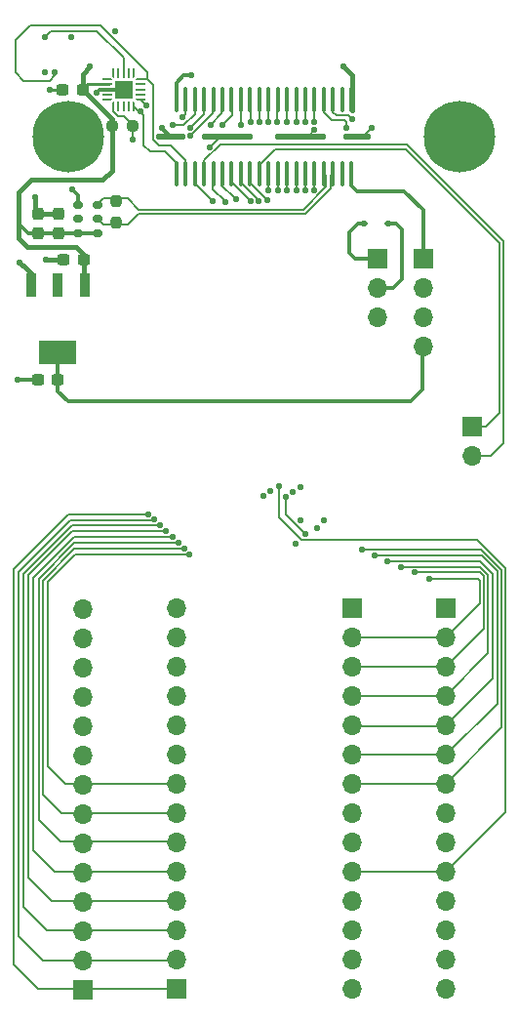
<source format=gbr>
%TF.GenerationSoftware,KiCad,Pcbnew,7.0.1*%
%TF.CreationDate,2023-09-03T17:39:56-04:00*%
%TF.ProjectId,syzygy-breakout-flash-1V8,73797a79-6779-42d6-9272-65616b6f7574,r1.0*%
%TF.SameCoordinates,PX66851e0PY4d70380*%
%TF.FileFunction,Copper,L4,Bot*%
%TF.FilePolarity,Positive*%
%FSLAX46Y46*%
G04 Gerber Fmt 4.6, Leading zero omitted, Abs format (unit mm)*
G04 Created by KiCad (PCBNEW 7.0.1) date 2023-09-03 17:39:56*
%MOMM*%
%LPD*%
G01*
G04 APERTURE LIST*
G04 Aperture macros list*
%AMRoundRect*
0 Rectangle with rounded corners*
0 $1 Rounding radius*
0 $2 $3 $4 $5 $6 $7 $8 $9 X,Y pos of 4 corners*
0 Add a 4 corners polygon primitive as box body*
4,1,4,$2,$3,$4,$5,$6,$7,$8,$9,$2,$3,0*
0 Add four circle primitives for the rounded corners*
1,1,$1+$1,$2,$3*
1,1,$1+$1,$4,$5*
1,1,$1+$1,$6,$7*
1,1,$1+$1,$8,$9*
0 Add four rect primitives between the rounded corners*
20,1,$1+$1,$2,$3,$4,$5,0*
20,1,$1+$1,$4,$5,$6,$7,0*
20,1,$1+$1,$6,$7,$8,$9,0*
20,1,$1+$1,$8,$9,$2,$3,0*%
%AMFreePoly0*
4,1,14,0.410355,0.110355,0.425000,0.075000,0.425000,0.045711,0.410355,0.010356,0.289644,-0.110355,0.254289,-0.125000,-0.375000,-0.125000,-0.410355,-0.110355,-0.425000,-0.075000,-0.425000,0.075000,-0.410355,0.110355,-0.375000,0.125000,0.375000,0.125000,0.410355,0.110355,0.410355,0.110355,$1*%
%AMFreePoly1*
4,1,14,0.289644,0.110355,0.410355,-0.010356,0.425000,-0.045711,0.425000,-0.075000,0.410355,-0.110355,0.375000,-0.125000,-0.375000,-0.125000,-0.410355,-0.110355,-0.425000,-0.075000,-0.425000,0.075000,-0.410355,0.110355,-0.375000,0.125000,0.254289,0.125000,0.289644,0.110355,0.289644,0.110355,$1*%
%AMFreePoly2*
4,1,14,0.110355,0.410355,0.125000,0.375000,0.125000,-0.375000,0.110355,-0.410355,0.075000,-0.425000,0.045711,-0.425000,0.010356,-0.410355,-0.110355,-0.289644,-0.125000,-0.254289,-0.125000,0.375000,-0.110355,0.410355,-0.075000,0.425000,0.075000,0.425000,0.110355,0.410355,0.110355,0.410355,$1*%
%AMFreePoly3*
4,1,14,0.110355,0.410355,0.125000,0.375000,0.125000,-0.254289,0.110355,-0.289644,-0.010356,-0.410355,-0.045711,-0.425000,-0.075000,-0.425000,-0.110355,-0.410355,-0.125000,-0.375000,-0.125000,0.375000,-0.110355,0.410355,-0.075000,0.425000,0.075000,0.425000,0.110355,0.410355,0.110355,0.410355,$1*%
%AMFreePoly4*
4,1,14,0.410355,0.110355,0.425000,0.075000,0.425000,-0.075000,0.410355,-0.110355,0.375000,-0.125000,-0.375000,-0.125000,-0.410355,-0.110355,-0.425000,-0.075000,-0.425000,-0.045711,-0.410355,-0.010355,-0.289643,0.110355,-0.254289,0.125000,0.375000,0.125000,0.410355,0.110355,0.410355,0.110355,$1*%
%AMFreePoly5*
4,1,14,0.410355,0.110355,0.425000,0.075000,0.425000,-0.075000,0.410355,-0.110355,0.375000,-0.125000,-0.254289,-0.125000,-0.289644,-0.110355,-0.410355,0.010356,-0.425000,0.045711,-0.425000,0.075000,-0.410355,0.110355,-0.375000,0.125000,0.375000,0.125000,0.410355,0.110355,0.410355,0.110355,$1*%
%AMFreePoly6*
4,1,14,-0.010356,0.410355,0.110355,0.289644,0.125000,0.254289,0.125000,-0.375000,0.110355,-0.410355,0.075000,-0.425000,-0.075000,-0.425000,-0.110355,-0.410355,-0.125000,-0.375000,-0.125000,0.375000,-0.110355,0.410355,-0.075000,0.425000,-0.045711,0.425000,-0.010356,0.410355,-0.010356,0.410355,$1*%
%AMFreePoly7*
4,1,14,0.110355,0.410355,0.125000,0.375000,0.125000,-0.375000,0.110355,-0.410355,0.075000,-0.425000,-0.075000,-0.425000,-0.110355,-0.410355,-0.125000,-0.375000,-0.125000,0.254289,-0.110355,0.289644,0.010356,0.410355,0.045711,0.425000,0.075000,0.425000,0.110355,0.410355,0.110355,0.410355,$1*%
G04 Aperture macros list end*
%TA.AperFunction,ComponentPad*%
%ADD10R,1.700000X1.700000*%
%TD*%
%TA.AperFunction,ComponentPad*%
%ADD11O,1.700000X1.700000*%
%TD*%
%TA.AperFunction,ComponentPad*%
%ADD12C,6.200000*%
%TD*%
%TA.AperFunction,SMDPad,CuDef*%
%ADD13RoundRect,0.060000X0.090000X1.040000X-0.090000X1.040000X-0.090000X-1.040000X0.090000X-1.040000X0*%
%TD*%
%TA.AperFunction,SMDPad,CuDef*%
%ADD14RoundRect,0.100000X-1.100000X0.150000X-1.100000X-0.150000X1.100000X-0.150000X1.100000X0.150000X0*%
%TD*%
%TA.AperFunction,SMDPad,CuDef*%
%ADD15RoundRect,0.100000X-2.075000X0.150000X-2.075000X-0.150000X2.075000X-0.150000X2.075000X0.150000X0*%
%TD*%
%TA.AperFunction,SMDPad,CuDef*%
%ADD16RoundRect,0.100000X-1.150000X0.150000X-1.150000X-0.150000X1.150000X-0.150000X1.150000X0.150000X0*%
%TD*%
%TA.AperFunction,SMDPad,CuDef*%
%ADD17RoundRect,0.237500X0.237500X-0.300000X0.237500X0.300000X-0.237500X0.300000X-0.237500X-0.300000X0*%
%TD*%
%TA.AperFunction,SMDPad,CuDef*%
%ADD18RoundRect,0.237500X-0.250000X-0.237500X0.250000X-0.237500X0.250000X0.237500X-0.250000X0.237500X0*%
%TD*%
%TA.AperFunction,SMDPad,CuDef*%
%ADD19RoundRect,0.112500X0.187500X0.112500X-0.187500X0.112500X-0.187500X-0.112500X0.187500X-0.112500X0*%
%TD*%
%TA.AperFunction,SMDPad,CuDef*%
%ADD20RoundRect,0.237500X-0.300000X-0.237500X0.300000X-0.237500X0.300000X0.237500X-0.300000X0.237500X0*%
%TD*%
%TA.AperFunction,SMDPad,CuDef*%
%ADD21RoundRect,0.150000X-0.250000X-0.150000X0.250000X-0.150000X0.250000X0.150000X-0.250000X0.150000X0*%
%TD*%
%TA.AperFunction,SMDPad,CuDef*%
%ADD22RoundRect,0.237500X0.300000X0.237500X-0.300000X0.237500X-0.300000X-0.237500X0.300000X-0.237500X0*%
%TD*%
%TA.AperFunction,SMDPad,CuDef*%
%ADD23R,0.950000X2.150000*%
%TD*%
%TA.AperFunction,SMDPad,CuDef*%
%ADD24R,3.250000X2.150000*%
%TD*%
%TA.AperFunction,SMDPad,CuDef*%
%ADD25RoundRect,0.237500X0.237500X-0.250000X0.237500X0.250000X-0.237500X0.250000X-0.237500X-0.250000X0*%
%TD*%
%TA.AperFunction,SMDPad,CuDef*%
%ADD26FreePoly0,90.000000*%
%TD*%
%TA.AperFunction,SMDPad,CuDef*%
%ADD27RoundRect,0.062500X0.062500X-0.362500X0.062500X0.362500X-0.062500X0.362500X-0.062500X-0.362500X0*%
%TD*%
%TA.AperFunction,SMDPad,CuDef*%
%ADD28FreePoly1,90.000000*%
%TD*%
%TA.AperFunction,SMDPad,CuDef*%
%ADD29FreePoly2,90.000000*%
%TD*%
%TA.AperFunction,SMDPad,CuDef*%
%ADD30RoundRect,0.062500X0.362500X-0.062500X0.362500X0.062500X-0.362500X0.062500X-0.362500X-0.062500X0*%
%TD*%
%TA.AperFunction,SMDPad,CuDef*%
%ADD31FreePoly3,90.000000*%
%TD*%
%TA.AperFunction,SMDPad,CuDef*%
%ADD32FreePoly4,90.000000*%
%TD*%
%TA.AperFunction,SMDPad,CuDef*%
%ADD33FreePoly5,90.000000*%
%TD*%
%TA.AperFunction,SMDPad,CuDef*%
%ADD34FreePoly6,90.000000*%
%TD*%
%TA.AperFunction,SMDPad,CuDef*%
%ADD35FreePoly7,90.000000*%
%TD*%
%TA.AperFunction,SMDPad,CuDef*%
%ADD36R,1.600000X1.600000*%
%TD*%
%TA.AperFunction,ViaPad*%
%ADD37C,0.550000*%
%TD*%
%TA.AperFunction,Conductor*%
%ADD38C,0.400000*%
%TD*%
%TA.AperFunction,Conductor*%
%ADD39C,0.300000*%
%TD*%
%TA.AperFunction,Conductor*%
%ADD40C,0.200000*%
%TD*%
%TA.AperFunction,Conductor*%
%ADD41C,0.250000*%
%TD*%
G04 APERTURE END LIST*
D10*
X40534000Y-34427000D03*
D11*
X40534000Y-36967000D03*
D10*
X30120000Y-50180000D03*
D11*
X30120000Y-52720000D03*
X30120000Y-55260000D03*
X30120000Y-57800000D03*
X30120000Y-60340000D03*
X30120000Y-62880000D03*
X30120000Y-65420000D03*
X30120000Y-67960000D03*
X30120000Y-70500000D03*
X30120000Y-73040000D03*
X30120000Y-75580000D03*
X30120000Y-78120000D03*
X30120000Y-80660000D03*
X30120000Y-83200000D03*
D10*
X36298000Y-19892000D03*
D11*
X36298000Y-22432000D03*
X36298000Y-24972000D03*
X36298000Y-27512000D03*
D10*
X32368300Y-19864400D03*
D11*
X32368300Y-22404400D03*
X32368300Y-24944400D03*
D10*
X14877200Y-83200000D03*
D11*
X14877200Y-80660000D03*
X14877200Y-78120000D03*
X14877200Y-75580000D03*
X14877200Y-73040000D03*
X14877200Y-70500000D03*
X14877200Y-67960000D03*
X14877200Y-65420000D03*
X14877200Y-62880000D03*
X14877200Y-60340000D03*
X14877200Y-57800000D03*
X14877200Y-55260000D03*
X14877200Y-52720000D03*
X14877200Y-50180000D03*
D10*
X38248000Y-50180000D03*
D11*
X38248000Y-52720000D03*
X38248000Y-55260000D03*
X38248000Y-57800000D03*
X38248000Y-60340000D03*
X38248000Y-62880000D03*
X38248000Y-65420000D03*
X38248000Y-67960000D03*
X38248000Y-70500000D03*
X38248000Y-73040000D03*
X38248000Y-75580000D03*
X38248000Y-78120000D03*
X38248000Y-80660000D03*
X38248000Y-83200000D03*
D10*
X6749200Y-83290400D03*
D11*
X6749200Y-80750400D03*
X6749200Y-78210400D03*
X6749200Y-75670400D03*
X6749200Y-73130400D03*
X6749200Y-70590400D03*
X6749200Y-68050400D03*
X6749200Y-65510400D03*
X6749200Y-62970400D03*
X6749200Y-60430400D03*
X6749200Y-57890400D03*
X6749200Y-55350400D03*
X6749200Y-52810400D03*
X6749200Y-50270400D03*
D12*
X39482000Y-9286000D03*
X5482000Y-9286000D03*
D13*
X14882000Y-12486000D03*
X14882000Y-6086000D03*
X15682000Y-12486000D03*
X15682000Y-6086000D03*
X16482000Y-12486000D03*
X16482000Y-6086000D03*
X17282000Y-12486000D03*
X17282000Y-6086000D03*
X18082000Y-12486000D03*
X18082000Y-6086000D03*
X18882000Y-12486000D03*
X18882000Y-6086000D03*
X19682000Y-12486000D03*
X19682000Y-6086000D03*
X20482000Y-12486000D03*
X20482000Y-6086000D03*
X21282000Y-12486000D03*
X21282000Y-6086000D03*
X22082000Y-12486000D03*
X22082000Y-6086000D03*
X22882000Y-12486000D03*
X22882000Y-6086000D03*
X23682000Y-12486000D03*
X23682000Y-6086000D03*
X24482000Y-12486000D03*
X24482000Y-6086000D03*
X25282000Y-12486000D03*
X25282000Y-6086000D03*
X26082000Y-12486000D03*
X26082000Y-6086000D03*
X26882000Y-12486000D03*
X26882000Y-6086000D03*
X27682000Y-12486000D03*
X27682000Y-6086000D03*
X28482000Y-12486000D03*
X28482000Y-6086000D03*
X29282000Y-12486000D03*
X29282000Y-6086000D03*
X30082000Y-12486000D03*
X30082000Y-6086000D03*
D14*
X30532000Y-9286000D03*
D15*
X25632000Y-9286000D03*
X19332000Y-9286000D03*
D16*
X14432000Y-9286000D03*
D17*
X2885200Y-17686400D03*
X2885200Y-15961400D03*
D18*
X9293000Y-8371800D03*
X11118000Y-8371800D03*
D19*
X33284000Y-16844000D03*
X31184000Y-16844000D03*
D20*
X5124700Y-19993600D03*
X6849700Y-19993600D03*
D17*
X4662100Y-17682200D03*
X4662100Y-15957200D03*
D21*
X6360100Y-17682200D03*
X6360100Y-16432200D03*
X6360100Y-15182200D03*
X8010100Y-15182200D03*
X8010100Y-16432200D03*
X8010100Y-17682200D03*
D22*
X4615600Y-30356800D03*
X2890600Y-30356800D03*
X6742500Y-5230000D03*
X5017500Y-5230000D03*
D23*
X2315600Y-22194600D03*
X4615600Y-22194600D03*
X6915600Y-22194600D03*
D24*
X4615600Y-27994600D03*
D25*
X9658700Y-16713200D03*
X9658700Y-14888200D03*
D26*
X11208000Y-6653000D03*
D27*
X10758000Y-6653000D03*
X10308000Y-6653000D03*
X9858000Y-6653000D03*
D28*
X9408000Y-6653000D03*
D29*
X8858000Y-6103000D03*
D30*
X8858000Y-5653000D03*
X8858000Y-5203000D03*
X8858000Y-4753000D03*
D31*
X8858000Y-4303000D03*
D32*
X9408000Y-3753000D03*
D27*
X9858000Y-3753000D03*
X10308000Y-3753000D03*
X10758000Y-3753000D03*
D33*
X11208000Y-3753000D03*
D34*
X11758000Y-4303000D03*
D30*
X11758000Y-4753000D03*
X11758000Y-5203000D03*
X11758000Y-5653000D03*
D35*
X11758000Y-6103000D03*
D36*
X10308000Y-5203000D03*
D37*
X3548800Y-19993600D03*
X3860000Y-5260000D03*
X3450000Y-3698000D03*
X5885600Y-13897600D03*
X1313600Y-20196800D03*
X17772800Y-10189200D03*
X31844400Y-8512800D03*
X13610000Y-8541873D03*
X1110400Y-30356800D03*
X2634400Y-14558000D03*
X7936972Y-5476000D03*
X26837927Y-8742102D03*
X11731000Y-7083100D03*
X5736000Y-650000D03*
X4339000Y-3698000D03*
X11070000Y-9540000D03*
X15442000Y-7563700D03*
X18026800Y-14913600D03*
X12437990Y-42041300D03*
X14572400Y-8309600D03*
X16096400Y-8512800D03*
X12946800Y-42498500D03*
X19144400Y-14964400D03*
X22446400Y-40466000D03*
X27120000Y-43209200D03*
X16083500Y-9248415D03*
X13505600Y-43006000D03*
X23056000Y-40008800D03*
X20058800Y-14710400D03*
X25646800Y-42599600D03*
X16150000Y-3952000D03*
X14013600Y-43514000D03*
X17874400Y-8258800D03*
X21300535Y-14891065D03*
X23767200Y-39602400D03*
X14572400Y-44022000D03*
X18890400Y-8258800D03*
X24427600Y-40567600D03*
X22046105Y-14856695D03*
X26050935Y-43712965D03*
X20516000Y-8309600D03*
X15086400Y-44524000D03*
X25240400Y-44580800D03*
X22751200Y-14761200D03*
X15557645Y-45009369D03*
X21328800Y-8055600D03*
X22090800Y-8055600D03*
X15994800Y-45546000D03*
X32098400Y-45590300D03*
X22903600Y-13948400D03*
X22903600Y-8055600D03*
X23665600Y-8055600D03*
X34376636Y-46593300D03*
X24478400Y-13948400D03*
X24478400Y-8055600D03*
X25291200Y-13948400D03*
X35603600Y-47094800D03*
X25291200Y-8055600D03*
X26053200Y-13948400D03*
X36822800Y-47628800D03*
X26104000Y-8004800D03*
X26852563Y-13934963D03*
X26866000Y-8004800D03*
X23716400Y-13948400D03*
X33165200Y-46091800D03*
X29358000Y-3190000D03*
X7412000Y-3190000D03*
X9546000Y-142000D03*
X12265000Y-6610300D03*
X3450000Y-650000D03*
X24986400Y-40148175D03*
X29666500Y-8512800D03*
X27729600Y-42548800D03*
X31031600Y-45088800D03*
X30168000Y-7801600D03*
X25646800Y-39704000D03*
D38*
X2939200Y-15980400D02*
X2634400Y-15675600D01*
D39*
X1110400Y-30356800D02*
X2786800Y-30356800D01*
D40*
X31844400Y-8512800D02*
X31071200Y-9286000D01*
D39*
X8190972Y-5222000D02*
X10308000Y-5222000D01*
D41*
X5120000Y-5270000D02*
X3870000Y-5270000D01*
D40*
X26837927Y-8742102D02*
X26294029Y-9286000D01*
D39*
X6345600Y-14357600D02*
X5885600Y-13897600D01*
D40*
X17772800Y-10189200D02*
X18687200Y-9274800D01*
D38*
X2380400Y-22228800D02*
X2380400Y-21263600D01*
D40*
X31071200Y-9286000D02*
X30532000Y-9286000D01*
D41*
X3870000Y-5270000D02*
X3860000Y-5260000D01*
D38*
X5123600Y-19993600D02*
X3548800Y-19993600D01*
X2634400Y-15675600D02*
X2634400Y-14558000D01*
D39*
X14354127Y-9286000D02*
X13610000Y-8541873D01*
D38*
X1872400Y-20755600D02*
X1313600Y-20196800D01*
D40*
X26294029Y-9286000D02*
X25632000Y-9286000D01*
D38*
X4666400Y-15980400D02*
X2939200Y-15980400D01*
X2380400Y-21263600D02*
X1872400Y-20755600D01*
D40*
X18687200Y-9274800D02*
X19347600Y-9274800D01*
D39*
X6345600Y-14829000D02*
X6345600Y-14357600D01*
X6345600Y-14829000D02*
X6345600Y-15193000D01*
X7936972Y-5476000D02*
X8190972Y-5222000D01*
D40*
X11208000Y-6653000D02*
X11638000Y-7083100D01*
X14882000Y-11904500D02*
X14882000Y-12486000D01*
X13864000Y-10556000D02*
X14882000Y-11574000D01*
X12594000Y-10556000D02*
X13864000Y-10556000D01*
X14882000Y-11574000D02*
X14882000Y-11904500D01*
X12068000Y-7420200D02*
X12068000Y-10030000D01*
X11731000Y-7083100D02*
X12068000Y-7420200D01*
X12068000Y-10030000D02*
X12594000Y-10556000D01*
X11638000Y-7083100D02*
X11731000Y-7083100D01*
X13356000Y-10048000D02*
X12848000Y-9540000D01*
X15682000Y-11358000D02*
X14372000Y-10048000D01*
X12388809Y-4315076D02*
X11771362Y-4315076D01*
X15682000Y-11781700D02*
X15682000Y-12486000D01*
X4339000Y-3698000D02*
X4339000Y-3952000D01*
X14372000Y-10048000D02*
X13356000Y-10048000D01*
X3864000Y-4427000D02*
X1639000Y-4427000D01*
X12848000Y-4774267D02*
X12388809Y-4315076D01*
X1639000Y-4427000D02*
X910000Y-3698000D01*
X8276000Y366000D02*
X2180000Y366000D01*
X4339000Y-3952000D02*
X3864000Y-4427000D01*
X12388809Y-3746809D02*
X12388809Y-4315076D01*
X8276000Y366000D02*
X12388809Y-3746809D01*
X910000Y-3698000D02*
X910000Y-904000D01*
X15682000Y-11781700D02*
X15682000Y-11358000D01*
X12848000Y-9540000D02*
X12848000Y-4774267D01*
X2180000Y366000D02*
X910000Y-904000D01*
X9419000Y-7127000D02*
X9419000Y-6873000D01*
X11070000Y-9540000D02*
X11070000Y-8270000D01*
X15442000Y-7563700D02*
X15682000Y-7324000D01*
X9419000Y-6746000D02*
X9408000Y-6735000D01*
X11070000Y-8270000D02*
X10308000Y-7508000D01*
X9800000Y-7508000D02*
X9419000Y-7127000D01*
X9419000Y-7127000D02*
X9419000Y-6873000D01*
X9408000Y-6735000D02*
X9408000Y-6653000D01*
X15682000Y-7324000D02*
X15682000Y-6086000D01*
X9419000Y-6873000D02*
X9419000Y-6619000D01*
X10308000Y-7508000D02*
X9800000Y-7508000D01*
X16502800Y-12576800D02*
X16502800Y-13313390D01*
X16502800Y-13338800D02*
X16502800Y-13389600D01*
X16502800Y-13389600D02*
X18026800Y-14913600D01*
X12437990Y-42041300D02*
X12437490Y-42040800D01*
X16502800Y-7344400D02*
X16502800Y-6074400D01*
X14572400Y-8309600D02*
X15537600Y-8309600D01*
X754800Y-81055200D02*
X2888400Y-83188800D01*
X2888400Y-83188800D02*
X14877200Y-83188800D01*
X12437490Y-42040800D02*
X5530000Y-42040800D01*
X754800Y-46816000D02*
X754800Y-81055200D01*
X5530000Y-42040800D02*
X754800Y-46816000D01*
X15537600Y-8309600D02*
X16502800Y-7344400D01*
X17315600Y-12526000D02*
X17315600Y-11716521D01*
X43262752Y-35854848D02*
X42156800Y-36960800D01*
X34897648Y-9986000D02*
X43262752Y-18351104D01*
X42156800Y-36960800D02*
X40531200Y-36960800D01*
X17315600Y-11356336D02*
X18685936Y-9986000D01*
X17315600Y-11713200D02*
X17315600Y-11356336D01*
X43262752Y-18351104D02*
X43262752Y-35854848D01*
X18685936Y-9986000D02*
X34897648Y-9986000D01*
X17264800Y-6023600D02*
X17264800Y-7344400D01*
X1212000Y-47019200D02*
X1212000Y-78616800D01*
X12946800Y-42498500D02*
X12902500Y-42542800D01*
X3345600Y-80750400D02*
X14826400Y-80750400D01*
X17264800Y-7344400D02*
X16096400Y-8512800D01*
X1212000Y-78616800D02*
X3345600Y-80750400D01*
X5688400Y-42542800D02*
X1212000Y-47019200D01*
X12902500Y-42542800D02*
X5688400Y-42542800D01*
D39*
X19144400Y-14913600D02*
X19144400Y-14964400D01*
D40*
X18077600Y-13846800D02*
X19144400Y-14913600D01*
X18077600Y-12526000D02*
X18077600Y-13846800D01*
X1618400Y-76076800D02*
X3650400Y-78108800D01*
X1618400Y-47222400D02*
X1618400Y-76076800D01*
X3650400Y-78108800D02*
X14877200Y-78108800D01*
X18077600Y-7254315D02*
X16083500Y-9248415D01*
X13505600Y-43006000D02*
X13499600Y-43000000D01*
X18077600Y-6023600D02*
X18077600Y-7254315D01*
X13499600Y-43000000D02*
X5840800Y-43000000D01*
X5840800Y-43000000D02*
X1618400Y-47222400D01*
X18839600Y-13440400D02*
X18839600Y-12526000D01*
D39*
X20008000Y-14659600D02*
X20058800Y-14710400D01*
D40*
X18839600Y-13491200D02*
X20008000Y-14659600D01*
D39*
X15540400Y-3952000D02*
X14880000Y-4612400D01*
X16150000Y-3952000D02*
X15540400Y-3952000D01*
X14880000Y-6238000D02*
X14880000Y-4612400D01*
D40*
X14013600Y-43514000D02*
X5885600Y-43514000D01*
X2075600Y-73587600D02*
X4107600Y-75619600D01*
X5885600Y-43514000D02*
X2075600Y-47324000D01*
X17874400Y-8258800D02*
X18839600Y-7293600D01*
X2075600Y-47324000D02*
X2075600Y-73587600D01*
X18839600Y-7293600D02*
X18839600Y-6023600D01*
X4107600Y-75619600D02*
X14775600Y-75619600D01*
X43477600Y-46714400D02*
X43477600Y-67847200D01*
X43477600Y-67847200D02*
X38296000Y-73028800D01*
X19703200Y-13313790D02*
X21227200Y-14837790D01*
X23767200Y-39602400D02*
X23767200Y-42294800D01*
X23767200Y-42294800D02*
X25719800Y-44247400D01*
X19703200Y-12475200D02*
X19703200Y-13313790D01*
X41010600Y-44247400D02*
X43477600Y-46714400D01*
D39*
X21247260Y-14837790D02*
X21300535Y-14891065D01*
D40*
X38296000Y-73028800D02*
X30218800Y-73028800D01*
D39*
X21227200Y-14837790D02*
X21247260Y-14837790D01*
D40*
X25719800Y-44247400D02*
X41010600Y-44247400D01*
X2482000Y-47527200D02*
X2482000Y-71149200D01*
X2482000Y-71149200D02*
X4361600Y-73028800D01*
X4361600Y-73028800D02*
X14928000Y-73028800D01*
X19703200Y-7446000D02*
X19703200Y-6074400D01*
X5987200Y-44022000D02*
X2482000Y-47527200D01*
X18890400Y-8258800D02*
X19703200Y-7446000D01*
X14572400Y-44022000D02*
X5987200Y-44022000D01*
X24427600Y-42089630D02*
X26050935Y-43712965D01*
X24427600Y-40567600D02*
X24427600Y-42089630D01*
X20465200Y-13275790D02*
X21989200Y-14799790D01*
D39*
X21989200Y-14799790D02*
X22046105Y-14856695D01*
D40*
X20465200Y-12475200D02*
X20465200Y-13275790D01*
X6044000Y-44524000D02*
X2939200Y-47628800D01*
X4818800Y-70438000D02*
X14775600Y-70438000D01*
X20516000Y-8309600D02*
X20516000Y-6074400D01*
X2939200Y-68558400D02*
X4818800Y-70438000D01*
X2939200Y-47628800D02*
X2939200Y-68558400D01*
X15086400Y-44524000D02*
X6044000Y-44524000D01*
X22750610Y-14761200D02*
X22751200Y-14761200D01*
X21278000Y-13288590D02*
X22750610Y-14761200D01*
X21278000Y-12475200D02*
X21278000Y-13288590D01*
X21328800Y-7446000D02*
X21328800Y-8055600D01*
X21328800Y-6074400D02*
X21328800Y-7446000D01*
X3294800Y-66323200D02*
X4920400Y-67948800D01*
X4920400Y-67948800D02*
X14877200Y-67948800D01*
X15541014Y-45026000D02*
X6050000Y-45026000D01*
X6050000Y-45026000D02*
X3294800Y-47781200D01*
X15557645Y-45009369D02*
X15541014Y-45026000D01*
X3294800Y-47781200D02*
X3294800Y-66323200D01*
X42935752Y-33286248D02*
X41750400Y-34471600D01*
X42935752Y-18486552D02*
X42935752Y-33286248D01*
X22090800Y-12627600D02*
X22090800Y-11741321D01*
X41750400Y-34471600D02*
X40632800Y-34471600D01*
X34841600Y-10392400D02*
X42935752Y-18486552D01*
X22090800Y-11741321D02*
X23439721Y-10392400D01*
X23439721Y-10392400D02*
X34841600Y-10392400D01*
X3701200Y-47882800D02*
X3701200Y-63884800D01*
X22090800Y-6074400D02*
X22090800Y-7446000D01*
X6088800Y-45546000D02*
X3752000Y-47882800D01*
X5225200Y-65408800D02*
X14928000Y-65408800D01*
X22090800Y-7446000D02*
X22090800Y-8055600D01*
X15994800Y-45546000D02*
X6088800Y-45546000D01*
X3701200Y-63884800D02*
X5225200Y-65408800D01*
X3752000Y-47882800D02*
X3701200Y-47882800D01*
X41383052Y-45590300D02*
X32098400Y-45590300D01*
X42763776Y-46971024D02*
X41383052Y-45590300D01*
X42738376Y-58477224D02*
X42738376Y-46996424D01*
X42738376Y-46996424D02*
X42763776Y-46971024D01*
X22903600Y-12526000D02*
X22903600Y-13948400D01*
X38296000Y-62919600D02*
X42738376Y-58477224D01*
X38296000Y-62919600D02*
X30117200Y-62919600D01*
X22903600Y-6074400D02*
X22903600Y-8055600D01*
X23665600Y-6074400D02*
X23665600Y-8055600D01*
X41953600Y-47324000D02*
X41953600Y-54080400D01*
X41953600Y-54080400D02*
X38245200Y-57788800D01*
X41222900Y-46593300D02*
X41953600Y-47324000D01*
X38245200Y-57839600D02*
X30117200Y-57839600D01*
X34376636Y-46593300D02*
X41222900Y-46593300D01*
X24478400Y-12475200D02*
X24478400Y-13948400D01*
X24478400Y-6074400D02*
X24478400Y-8055600D01*
X38245200Y-55248800D02*
X30168000Y-55248800D01*
X41547200Y-51946800D02*
X38245200Y-55248800D01*
X25291200Y-12475200D02*
X25291200Y-13948400D01*
X41216400Y-47094800D02*
X41547200Y-47425600D01*
X41547200Y-47425600D02*
X41547200Y-51946800D01*
X35603600Y-47094800D02*
X41216400Y-47094800D01*
X25291200Y-6074400D02*
X25291200Y-8055600D01*
X26053200Y-12424400D02*
X26053200Y-13948400D01*
X41220200Y-49733800D02*
X38245200Y-52708800D01*
X38296000Y-52708800D02*
X30168000Y-52708800D01*
X36822800Y-47628800D02*
X41039200Y-47628800D01*
X41220200Y-47809800D02*
X41220200Y-49733800D01*
X41039200Y-47628800D02*
X41220200Y-47809800D01*
X26104000Y-6074400D02*
X26104000Y-8004800D01*
X26866000Y-12424400D02*
X26866000Y-13921526D01*
D39*
X26866000Y-13921526D02*
X26852563Y-13934963D01*
D40*
X26866000Y-6074400D02*
X26866000Y-8004800D01*
X25894156Y-15602600D02*
X27882000Y-13614756D01*
X27882000Y-12686000D02*
X27682000Y-12486000D01*
X11626000Y-15602600D02*
X25894156Y-15602600D01*
X8019200Y-15167600D02*
X8527200Y-14659600D01*
X10683000Y-14659600D02*
X11626000Y-15602600D01*
X27882000Y-13614756D02*
X27882000Y-12686000D01*
X8527200Y-14659600D02*
X10683000Y-14659600D01*
D39*
X5490400Y-32247600D02*
X6294800Y-32247600D01*
X34438000Y-32248000D02*
X35200000Y-32248000D01*
X34438000Y-32247600D02*
X6294800Y-32247600D01*
X35200000Y-32248000D02*
X36264000Y-31184000D01*
X4615600Y-27969200D02*
X4615600Y-31372800D01*
X4615600Y-31372800D02*
X5490400Y-32247600D01*
X36264000Y-31184000D02*
X36264000Y-27512000D01*
D40*
X42360000Y-56264800D02*
X42360000Y-47222400D01*
X38245200Y-60379600D02*
X42360000Y-56264800D01*
X42360000Y-47222400D02*
X41229400Y-46091800D01*
X41229400Y-46091800D02*
X33165200Y-46091800D01*
X38296000Y-60430400D02*
X30117200Y-60430400D01*
X23716400Y-12475200D02*
X23716400Y-13948400D01*
X28282000Y-12686000D02*
X28482000Y-12486000D01*
X26059844Y-16002600D02*
X28282000Y-13780444D01*
X10683000Y-16945600D02*
X11626000Y-16002600D01*
X8019200Y-16437600D02*
X8527200Y-16945600D01*
X11626000Y-16002600D02*
X26059844Y-16002600D01*
X8527200Y-16945600D02*
X10683000Y-16945600D01*
X28282000Y-13780444D02*
X28282000Y-12686000D01*
D39*
X36289400Y-15675600D02*
X36289400Y-20171400D01*
X30082000Y-13467400D02*
X30082000Y-13566000D01*
X30082000Y-13467400D02*
X30082000Y-12486000D01*
X30082000Y-13566000D02*
X30566000Y-14050000D01*
X30566000Y-14050000D02*
X34663800Y-14050000D01*
X34663800Y-14050000D02*
X36289400Y-15675600D01*
X2180000Y-17682200D02*
X8022000Y-17682200D01*
D38*
X6190400Y-18876000D02*
X1974000Y-18876000D01*
X6850800Y-19587200D02*
X6850800Y-22178000D01*
X1212000Y-14151600D02*
X1212000Y-16844000D01*
X6190400Y-18876000D02*
X6850800Y-19536400D01*
X1212000Y-18114000D02*
X1212000Y-17961600D01*
D41*
X6752000Y-5218000D02*
X6752000Y-5222000D01*
D38*
X8490400Y-13034000D02*
X2329600Y-13034000D01*
X6752000Y-5222000D02*
X6752000Y-3850000D01*
X6752000Y-3850000D02*
X7412000Y-3190000D01*
X6752000Y-5222000D02*
X9292000Y-7762000D01*
X1974000Y-18876000D02*
X1212000Y-18114000D01*
X1212000Y-16844000D02*
X1212000Y-17961600D01*
X9292000Y-12232400D02*
X9292000Y-7762000D01*
D39*
X2050200Y-17682200D02*
X1212000Y-16844000D01*
D38*
X2329600Y-13034000D02*
X1212000Y-14151600D01*
D41*
X7220000Y-4750000D02*
X6752000Y-5218000D01*
X9050000Y-4750000D02*
X7220000Y-4750000D01*
D38*
X30120000Y-3952000D02*
X29358000Y-3190000D01*
X30120000Y-3952000D02*
X30120000Y-7000000D01*
X9292000Y-12232400D02*
X8490400Y-13034000D01*
D39*
X2180000Y-17682200D02*
X2050200Y-17682200D01*
D40*
X30082000Y-6086000D02*
X30120000Y-6086000D01*
D39*
X34486000Y-21670000D02*
X33724000Y-22432000D01*
X34486000Y-17352000D02*
X34486000Y-21670000D01*
X33216000Y-16844000D02*
X33978000Y-16844000D01*
X33978000Y-16844000D02*
X34486000Y-17352000D01*
X33724000Y-22432000D02*
X32454000Y-22432000D01*
D40*
X11758000Y-6103000D02*
X12265000Y-6610300D01*
X7973400Y-136700D02*
X3963300Y-136700D01*
X10308000Y-3753000D02*
X10308000Y-2471300D01*
X10308000Y-2471300D02*
X7973400Y-136700D01*
X3450000Y-650000D02*
X3963300Y-136700D01*
X29666500Y-8062100D02*
X29456800Y-7852400D01*
X27678800Y-7141200D02*
X27678800Y-6074400D01*
X29666500Y-8062100D02*
X29666500Y-8512800D01*
X28390000Y-7852400D02*
X27678800Y-7141200D01*
X29456800Y-7852400D02*
X28390000Y-7852400D01*
X43122000Y-46866800D02*
X43122000Y-60532000D01*
X43122000Y-60532000D02*
X38245200Y-65408800D01*
X41344000Y-45088800D02*
X43122000Y-46866800D01*
X28491600Y-7090400D02*
X28491600Y-6074400D01*
X30168000Y-7801600D02*
X29779400Y-7413000D01*
X38245200Y-65408800D02*
X30117200Y-65408800D01*
X28763400Y-7413000D02*
X28491600Y-7141200D01*
X29779400Y-7413000D02*
X28763400Y-7413000D01*
X31031600Y-45088800D02*
X41344000Y-45088800D01*
D39*
X29914000Y-17606000D02*
X30676000Y-16844000D01*
X30676000Y-16844000D02*
X31184000Y-16844000D01*
X30422000Y-19892000D02*
X29914000Y-19384000D01*
X32454000Y-19892000D02*
X30422000Y-19892000D01*
X29914000Y-19384000D02*
X29914000Y-17606000D01*
M02*

</source>
